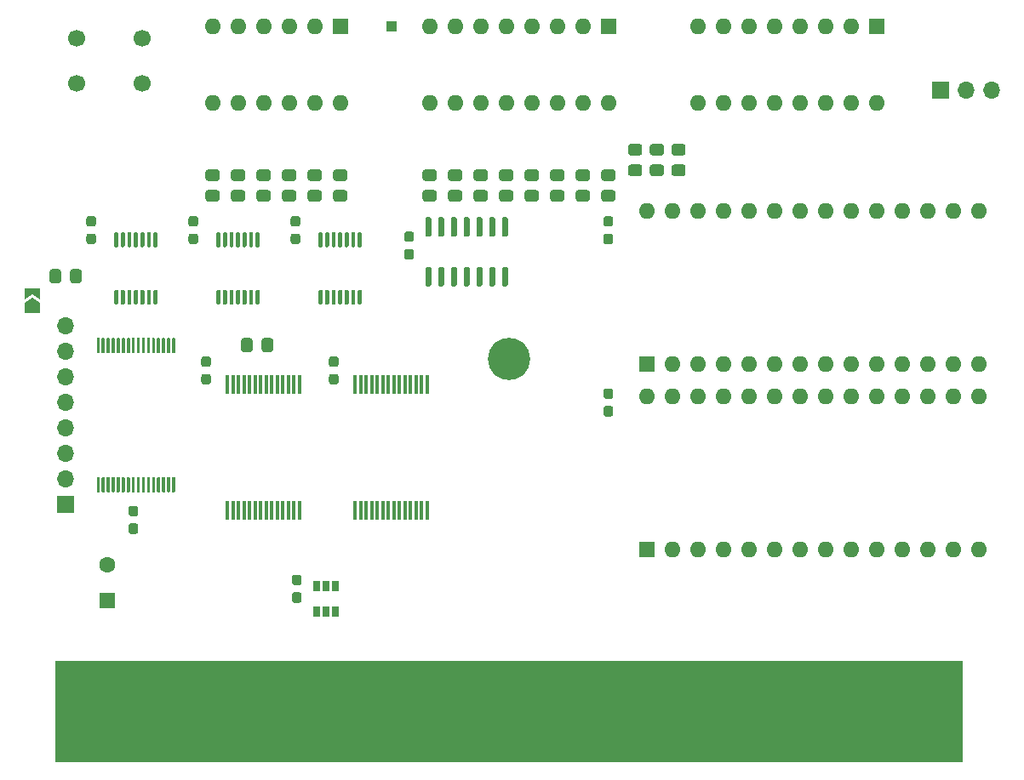
<source format=gbr>
%TF.GenerationSoftware,KiCad,Pcbnew,(5.1.10)-1*%
%TF.CreationDate,2022-08-23T18:53:09-04:00*%
%TF.ProjectId,VIC20HyperExpanderSMDRev2,56494332-3048-4797-9065-72457870616e,2*%
%TF.SameCoordinates,Original*%
%TF.FileFunction,Soldermask,Top*%
%TF.FilePolarity,Negative*%
%FSLAX46Y46*%
G04 Gerber Fmt 4.6, Leading zero omitted, Abs format (unit mm)*
G04 Created by KiCad (PCBNEW (5.1.10)-1) date 2022-08-23 18:53:09*
%MOMM*%
%LPD*%
G01*
G04 APERTURE LIST*
%ADD10C,0.100000*%
%ADD11O,1.600000X1.600000*%
%ADD12R,1.600000X1.600000*%
%ADD13R,2.250000X9.500000*%
%ADD14C,4.200000*%
%ADD15C,1.600000*%
%ADD16R,0.380000X1.870000*%
%ADD17R,1.700000X1.700000*%
%ADD18O,1.700000X1.700000*%
%ADD19R,0.700000X1.000000*%
%ADD20R,1.000000X1.000000*%
%ADD21C,1.700000*%
G04 APERTURE END LIST*
D10*
%TO.C,X1*%
G36*
X92314000Y-123947000D02*
G01*
X182514000Y-123947000D01*
X182514000Y-113997000D01*
X92314000Y-113997000D01*
X92314000Y-123947000D01*
G37*
X92314000Y-123947000D02*
X182514000Y-123947000D01*
X182514000Y-113997000D01*
X92314000Y-113997000D01*
X92314000Y-123947000D01*
%TD*%
D11*
%TO.C,IC3*%
X151130000Y-87630000D03*
X184150000Y-102870000D03*
X153670000Y-87630000D03*
X181610000Y-102870000D03*
X156210000Y-87630000D03*
X179070000Y-102870000D03*
X158750000Y-87630000D03*
X176530000Y-102870000D03*
X161290000Y-87630000D03*
X173990000Y-102870000D03*
X163830000Y-87630000D03*
X171450000Y-102870000D03*
X166370000Y-87630000D03*
X168910000Y-102870000D03*
X168910000Y-87630000D03*
X166370000Y-102870000D03*
X171450000Y-87630000D03*
X163830000Y-102870000D03*
X173990000Y-87630000D03*
X161290000Y-102870000D03*
X176530000Y-87630000D03*
X158750000Y-102870000D03*
X179070000Y-87630000D03*
X156210000Y-102870000D03*
X181610000Y-87630000D03*
X153670000Y-102870000D03*
X184150000Y-87630000D03*
D12*
X151130000Y-102870000D03*
%TD*%
D11*
%TO.C,IC2*%
X151130000Y-69215000D03*
X184150000Y-84455000D03*
X153670000Y-69215000D03*
X181610000Y-84455000D03*
X156210000Y-69215000D03*
X179070000Y-84455000D03*
X158750000Y-69215000D03*
X176530000Y-84455000D03*
X161290000Y-69215000D03*
X173990000Y-84455000D03*
X163830000Y-69215000D03*
X171450000Y-84455000D03*
X166370000Y-69215000D03*
X168910000Y-84455000D03*
X168910000Y-69215000D03*
X166370000Y-84455000D03*
X171450000Y-69215000D03*
X163830000Y-84455000D03*
X173990000Y-69215000D03*
X161290000Y-84455000D03*
X176530000Y-69215000D03*
X158750000Y-84455000D03*
X179070000Y-69215000D03*
X156210000Y-84455000D03*
X181610000Y-69215000D03*
X153670000Y-84455000D03*
X184150000Y-69215000D03*
D12*
X151130000Y-84455000D03*
%TD*%
D13*
%TO.C,X1*%
X99794000Y-118697000D03*
X103754000Y-118697000D03*
X107714000Y-118697000D03*
X111674000Y-118697000D03*
X115634000Y-118697000D03*
X119594000Y-118697000D03*
X123554000Y-118697000D03*
X127514000Y-118697000D03*
X131474000Y-118697000D03*
X135434000Y-118697000D03*
X139394000Y-118697000D03*
X143354000Y-118697000D03*
X147314000Y-118697000D03*
X151274000Y-118697000D03*
X155234000Y-118697000D03*
X159194000Y-118697000D03*
X163154000Y-118697000D03*
X167114000Y-118697000D03*
X171074000Y-118697000D03*
X175034000Y-118697000D03*
D14*
X137414000Y-83947000D03*
%TD*%
D12*
%TO.C,C1*%
X97472500Y-107950000D03*
D15*
X97472500Y-104450000D03*
%TD*%
%TO.C,C2*%
G36*
G01*
X116094500Y-107157000D02*
X116569500Y-107157000D01*
G75*
G02*
X116807000Y-107394500I0J-237500D01*
G01*
X116807000Y-107969500D01*
G75*
G02*
X116569500Y-108207000I-237500J0D01*
G01*
X116094500Y-108207000D01*
G75*
G02*
X115857000Y-107969500I0J237500D01*
G01*
X115857000Y-107394500D01*
G75*
G02*
X116094500Y-107157000I237500J0D01*
G01*
G37*
G36*
G01*
X116094500Y-105407000D02*
X116569500Y-105407000D01*
G75*
G02*
X116807000Y-105644500I0J-237500D01*
G01*
X116807000Y-106219500D01*
G75*
G02*
X116569500Y-106457000I-237500J0D01*
G01*
X116094500Y-106457000D01*
G75*
G02*
X115857000Y-106219500I0J237500D01*
G01*
X115857000Y-105644500D01*
G75*
G02*
X116094500Y-105407000I237500J0D01*
G01*
G37*
%TD*%
%TO.C,C3*%
G36*
G01*
X100313500Y-101349000D02*
X99838500Y-101349000D01*
G75*
G02*
X99601000Y-101111500I0J237500D01*
G01*
X99601000Y-100536500D01*
G75*
G02*
X99838500Y-100299000I237500J0D01*
G01*
X100313500Y-100299000D01*
G75*
G02*
X100551000Y-100536500I0J-237500D01*
G01*
X100551000Y-101111500D01*
G75*
G02*
X100313500Y-101349000I-237500J0D01*
G01*
G37*
G36*
G01*
X100313500Y-99599000D02*
X99838500Y-99599000D01*
G75*
G02*
X99601000Y-99361500I0J237500D01*
G01*
X99601000Y-98786500D01*
G75*
G02*
X99838500Y-98549000I237500J0D01*
G01*
X100313500Y-98549000D01*
G75*
G02*
X100551000Y-98786500I0J-237500D01*
G01*
X100551000Y-99361500D01*
G75*
G02*
X100313500Y-99599000I-237500J0D01*
G01*
G37*
%TD*%
%TO.C,C4*%
G36*
G01*
X107552500Y-84740000D02*
X107077500Y-84740000D01*
G75*
G02*
X106840000Y-84502500I0J237500D01*
G01*
X106840000Y-83927500D01*
G75*
G02*
X107077500Y-83690000I237500J0D01*
G01*
X107552500Y-83690000D01*
G75*
G02*
X107790000Y-83927500I0J-237500D01*
G01*
X107790000Y-84502500D01*
G75*
G02*
X107552500Y-84740000I-237500J0D01*
G01*
G37*
G36*
G01*
X107552500Y-86490000D02*
X107077500Y-86490000D01*
G75*
G02*
X106840000Y-86252500I0J237500D01*
G01*
X106840000Y-85677500D01*
G75*
G02*
X107077500Y-85440000I237500J0D01*
G01*
X107552500Y-85440000D01*
G75*
G02*
X107790000Y-85677500I0J-237500D01*
G01*
X107790000Y-86252500D01*
G75*
G02*
X107552500Y-86490000I-237500J0D01*
G01*
G37*
%TD*%
%TO.C,C5*%
G36*
G01*
X119777500Y-85440000D02*
X120252500Y-85440000D01*
G75*
G02*
X120490000Y-85677500I0J-237500D01*
G01*
X120490000Y-86252500D01*
G75*
G02*
X120252500Y-86490000I-237500J0D01*
G01*
X119777500Y-86490000D01*
G75*
G02*
X119540000Y-86252500I0J237500D01*
G01*
X119540000Y-85677500D01*
G75*
G02*
X119777500Y-85440000I237500J0D01*
G01*
G37*
G36*
G01*
X119777500Y-83690000D02*
X120252500Y-83690000D01*
G75*
G02*
X120490000Y-83927500I0J-237500D01*
G01*
X120490000Y-84502500D01*
G75*
G02*
X120252500Y-84740000I-237500J0D01*
G01*
X119777500Y-84740000D01*
G75*
G02*
X119540000Y-84502500I0J237500D01*
G01*
X119540000Y-83927500D01*
G75*
G02*
X119777500Y-83690000I237500J0D01*
G01*
G37*
%TD*%
%TO.C,C6*%
G36*
G01*
X96122500Y-72520000D02*
X95647500Y-72520000D01*
G75*
G02*
X95410000Y-72282500I0J237500D01*
G01*
X95410000Y-71707500D01*
G75*
G02*
X95647500Y-71470000I237500J0D01*
G01*
X96122500Y-71470000D01*
G75*
G02*
X96360000Y-71707500I0J-237500D01*
G01*
X96360000Y-72282500D01*
G75*
G02*
X96122500Y-72520000I-237500J0D01*
G01*
G37*
G36*
G01*
X96122500Y-70770000D02*
X95647500Y-70770000D01*
G75*
G02*
X95410000Y-70532500I0J237500D01*
G01*
X95410000Y-69957500D01*
G75*
G02*
X95647500Y-69720000I237500J0D01*
G01*
X96122500Y-69720000D01*
G75*
G02*
X96360000Y-69957500I0J-237500D01*
G01*
X96360000Y-70532500D01*
G75*
G02*
X96122500Y-70770000I-237500J0D01*
G01*
G37*
%TD*%
%TO.C,C7*%
G36*
G01*
X105807500Y-69720000D02*
X106282500Y-69720000D01*
G75*
G02*
X106520000Y-69957500I0J-237500D01*
G01*
X106520000Y-70532500D01*
G75*
G02*
X106282500Y-70770000I-237500J0D01*
G01*
X105807500Y-70770000D01*
G75*
G02*
X105570000Y-70532500I0J237500D01*
G01*
X105570000Y-69957500D01*
G75*
G02*
X105807500Y-69720000I237500J0D01*
G01*
G37*
G36*
G01*
X105807500Y-71470000D02*
X106282500Y-71470000D01*
G75*
G02*
X106520000Y-71707500I0J-237500D01*
G01*
X106520000Y-72282500D01*
G75*
G02*
X106282500Y-72520000I-237500J0D01*
G01*
X105807500Y-72520000D01*
G75*
G02*
X105570000Y-72282500I0J237500D01*
G01*
X105570000Y-71707500D01*
G75*
G02*
X105807500Y-71470000I237500J0D01*
G01*
G37*
%TD*%
%TO.C,C8*%
G36*
G01*
X116442500Y-70770000D02*
X115967500Y-70770000D01*
G75*
G02*
X115730000Y-70532500I0J237500D01*
G01*
X115730000Y-69957500D01*
G75*
G02*
X115967500Y-69720000I237500J0D01*
G01*
X116442500Y-69720000D01*
G75*
G02*
X116680000Y-69957500I0J-237500D01*
G01*
X116680000Y-70532500D01*
G75*
G02*
X116442500Y-70770000I-237500J0D01*
G01*
G37*
G36*
G01*
X116442500Y-72520000D02*
X115967500Y-72520000D01*
G75*
G02*
X115730000Y-72282500I0J237500D01*
G01*
X115730000Y-71707500D01*
G75*
G02*
X115967500Y-71470000I237500J0D01*
G01*
X116442500Y-71470000D01*
G75*
G02*
X116680000Y-71707500I0J-237500D01*
G01*
X116680000Y-72282500D01*
G75*
G02*
X116442500Y-72520000I-237500J0D01*
G01*
G37*
%TD*%
%TO.C,C9*%
G36*
G01*
X127745500Y-74044000D02*
X127270500Y-74044000D01*
G75*
G02*
X127033000Y-73806500I0J237500D01*
G01*
X127033000Y-73231500D01*
G75*
G02*
X127270500Y-72994000I237500J0D01*
G01*
X127745500Y-72994000D01*
G75*
G02*
X127983000Y-73231500I0J-237500D01*
G01*
X127983000Y-73806500D01*
G75*
G02*
X127745500Y-74044000I-237500J0D01*
G01*
G37*
G36*
G01*
X127745500Y-72294000D02*
X127270500Y-72294000D01*
G75*
G02*
X127033000Y-72056500I0J237500D01*
G01*
X127033000Y-71481500D01*
G75*
G02*
X127270500Y-71244000I237500J0D01*
G01*
X127745500Y-71244000D01*
G75*
G02*
X127983000Y-71481500I0J-237500D01*
G01*
X127983000Y-72056500D01*
G75*
G02*
X127745500Y-72294000I-237500J0D01*
G01*
G37*
%TD*%
%TO.C,IC1*%
G36*
G01*
X96655000Y-97235000D02*
X96505000Y-97235000D01*
G75*
G02*
X96430000Y-97160000I0J75000D01*
G01*
X96430000Y-95760000D01*
G75*
G02*
X96505000Y-95685000I75000J0D01*
G01*
X96655000Y-95685000D01*
G75*
G02*
X96730000Y-95760000I0J-75000D01*
G01*
X96730000Y-97160000D01*
G75*
G02*
X96655000Y-97235000I-75000J0D01*
G01*
G37*
G36*
G01*
X97155000Y-97235000D02*
X97005000Y-97235000D01*
G75*
G02*
X96930000Y-97160000I0J75000D01*
G01*
X96930000Y-95760000D01*
G75*
G02*
X97005000Y-95685000I75000J0D01*
G01*
X97155000Y-95685000D01*
G75*
G02*
X97230000Y-95760000I0J-75000D01*
G01*
X97230000Y-97160000D01*
G75*
G02*
X97155000Y-97235000I-75000J0D01*
G01*
G37*
G36*
G01*
X97655000Y-97235000D02*
X97505000Y-97235000D01*
G75*
G02*
X97430000Y-97160000I0J75000D01*
G01*
X97430000Y-95760000D01*
G75*
G02*
X97505000Y-95685000I75000J0D01*
G01*
X97655000Y-95685000D01*
G75*
G02*
X97730000Y-95760000I0J-75000D01*
G01*
X97730000Y-97160000D01*
G75*
G02*
X97655000Y-97235000I-75000J0D01*
G01*
G37*
G36*
G01*
X98155000Y-97235000D02*
X98005000Y-97235000D01*
G75*
G02*
X97930000Y-97160000I0J75000D01*
G01*
X97930000Y-95760000D01*
G75*
G02*
X98005000Y-95685000I75000J0D01*
G01*
X98155000Y-95685000D01*
G75*
G02*
X98230000Y-95760000I0J-75000D01*
G01*
X98230000Y-97160000D01*
G75*
G02*
X98155000Y-97235000I-75000J0D01*
G01*
G37*
G36*
G01*
X98655000Y-97235000D02*
X98505000Y-97235000D01*
G75*
G02*
X98430000Y-97160000I0J75000D01*
G01*
X98430000Y-95760000D01*
G75*
G02*
X98505000Y-95685000I75000J0D01*
G01*
X98655000Y-95685000D01*
G75*
G02*
X98730000Y-95760000I0J-75000D01*
G01*
X98730000Y-97160000D01*
G75*
G02*
X98655000Y-97235000I-75000J0D01*
G01*
G37*
G36*
G01*
X99155000Y-97235000D02*
X99005000Y-97235000D01*
G75*
G02*
X98930000Y-97160000I0J75000D01*
G01*
X98930000Y-95760000D01*
G75*
G02*
X99005000Y-95685000I75000J0D01*
G01*
X99155000Y-95685000D01*
G75*
G02*
X99230000Y-95760000I0J-75000D01*
G01*
X99230000Y-97160000D01*
G75*
G02*
X99155000Y-97235000I-75000J0D01*
G01*
G37*
G36*
G01*
X99655000Y-97235000D02*
X99505000Y-97235000D01*
G75*
G02*
X99430000Y-97160000I0J75000D01*
G01*
X99430000Y-95760000D01*
G75*
G02*
X99505000Y-95685000I75000J0D01*
G01*
X99655000Y-95685000D01*
G75*
G02*
X99730000Y-95760000I0J-75000D01*
G01*
X99730000Y-97160000D01*
G75*
G02*
X99655000Y-97235000I-75000J0D01*
G01*
G37*
G36*
G01*
X100155000Y-97235000D02*
X100005000Y-97235000D01*
G75*
G02*
X99930000Y-97160000I0J75000D01*
G01*
X99930000Y-95760000D01*
G75*
G02*
X100005000Y-95685000I75000J0D01*
G01*
X100155000Y-95685000D01*
G75*
G02*
X100230000Y-95760000I0J-75000D01*
G01*
X100230000Y-97160000D01*
G75*
G02*
X100155000Y-97235000I-75000J0D01*
G01*
G37*
G36*
G01*
X100655000Y-97235000D02*
X100505000Y-97235000D01*
G75*
G02*
X100430000Y-97160000I0J75000D01*
G01*
X100430000Y-95760000D01*
G75*
G02*
X100505000Y-95685000I75000J0D01*
G01*
X100655000Y-95685000D01*
G75*
G02*
X100730000Y-95760000I0J-75000D01*
G01*
X100730000Y-97160000D01*
G75*
G02*
X100655000Y-97235000I-75000J0D01*
G01*
G37*
G36*
G01*
X101155000Y-97235000D02*
X101005000Y-97235000D01*
G75*
G02*
X100930000Y-97160000I0J75000D01*
G01*
X100930000Y-95760000D01*
G75*
G02*
X101005000Y-95685000I75000J0D01*
G01*
X101155000Y-95685000D01*
G75*
G02*
X101230000Y-95760000I0J-75000D01*
G01*
X101230000Y-97160000D01*
G75*
G02*
X101155000Y-97235000I-75000J0D01*
G01*
G37*
G36*
G01*
X101655000Y-97235000D02*
X101505000Y-97235000D01*
G75*
G02*
X101430000Y-97160000I0J75000D01*
G01*
X101430000Y-95760000D01*
G75*
G02*
X101505000Y-95685000I75000J0D01*
G01*
X101655000Y-95685000D01*
G75*
G02*
X101730000Y-95760000I0J-75000D01*
G01*
X101730000Y-97160000D01*
G75*
G02*
X101655000Y-97235000I-75000J0D01*
G01*
G37*
G36*
G01*
X102155000Y-97235000D02*
X102005000Y-97235000D01*
G75*
G02*
X101930000Y-97160000I0J75000D01*
G01*
X101930000Y-95760000D01*
G75*
G02*
X102005000Y-95685000I75000J0D01*
G01*
X102155000Y-95685000D01*
G75*
G02*
X102230000Y-95760000I0J-75000D01*
G01*
X102230000Y-97160000D01*
G75*
G02*
X102155000Y-97235000I-75000J0D01*
G01*
G37*
G36*
G01*
X102655000Y-97235000D02*
X102505000Y-97235000D01*
G75*
G02*
X102430000Y-97160000I0J75000D01*
G01*
X102430000Y-95760000D01*
G75*
G02*
X102505000Y-95685000I75000J0D01*
G01*
X102655000Y-95685000D01*
G75*
G02*
X102730000Y-95760000I0J-75000D01*
G01*
X102730000Y-97160000D01*
G75*
G02*
X102655000Y-97235000I-75000J0D01*
G01*
G37*
G36*
G01*
X103155000Y-97235000D02*
X103005000Y-97235000D01*
G75*
G02*
X102930000Y-97160000I0J75000D01*
G01*
X102930000Y-95760000D01*
G75*
G02*
X103005000Y-95685000I75000J0D01*
G01*
X103155000Y-95685000D01*
G75*
G02*
X103230000Y-95760000I0J-75000D01*
G01*
X103230000Y-97160000D01*
G75*
G02*
X103155000Y-97235000I-75000J0D01*
G01*
G37*
G36*
G01*
X103655000Y-97235000D02*
X103505000Y-97235000D01*
G75*
G02*
X103430000Y-97160000I0J75000D01*
G01*
X103430000Y-95760000D01*
G75*
G02*
X103505000Y-95685000I75000J0D01*
G01*
X103655000Y-95685000D01*
G75*
G02*
X103730000Y-95760000I0J-75000D01*
G01*
X103730000Y-97160000D01*
G75*
G02*
X103655000Y-97235000I-75000J0D01*
G01*
G37*
G36*
G01*
X104155000Y-97235000D02*
X104005000Y-97235000D01*
G75*
G02*
X103930000Y-97160000I0J75000D01*
G01*
X103930000Y-95760000D01*
G75*
G02*
X104005000Y-95685000I75000J0D01*
G01*
X104155000Y-95685000D01*
G75*
G02*
X104230000Y-95760000I0J-75000D01*
G01*
X104230000Y-97160000D01*
G75*
G02*
X104155000Y-97235000I-75000J0D01*
G01*
G37*
G36*
G01*
X104155000Y-83385000D02*
X104005000Y-83385000D01*
G75*
G02*
X103930000Y-83310000I0J75000D01*
G01*
X103930000Y-81910000D01*
G75*
G02*
X104005000Y-81835000I75000J0D01*
G01*
X104155000Y-81835000D01*
G75*
G02*
X104230000Y-81910000I0J-75000D01*
G01*
X104230000Y-83310000D01*
G75*
G02*
X104155000Y-83385000I-75000J0D01*
G01*
G37*
G36*
G01*
X103655000Y-83385000D02*
X103505000Y-83385000D01*
G75*
G02*
X103430000Y-83310000I0J75000D01*
G01*
X103430000Y-81910000D01*
G75*
G02*
X103505000Y-81835000I75000J0D01*
G01*
X103655000Y-81835000D01*
G75*
G02*
X103730000Y-81910000I0J-75000D01*
G01*
X103730000Y-83310000D01*
G75*
G02*
X103655000Y-83385000I-75000J0D01*
G01*
G37*
G36*
G01*
X103155000Y-83385000D02*
X103005000Y-83385000D01*
G75*
G02*
X102930000Y-83310000I0J75000D01*
G01*
X102930000Y-81910000D01*
G75*
G02*
X103005000Y-81835000I75000J0D01*
G01*
X103155000Y-81835000D01*
G75*
G02*
X103230000Y-81910000I0J-75000D01*
G01*
X103230000Y-83310000D01*
G75*
G02*
X103155000Y-83385000I-75000J0D01*
G01*
G37*
G36*
G01*
X102655000Y-83385000D02*
X102505000Y-83385000D01*
G75*
G02*
X102430000Y-83310000I0J75000D01*
G01*
X102430000Y-81910000D01*
G75*
G02*
X102505000Y-81835000I75000J0D01*
G01*
X102655000Y-81835000D01*
G75*
G02*
X102730000Y-81910000I0J-75000D01*
G01*
X102730000Y-83310000D01*
G75*
G02*
X102655000Y-83385000I-75000J0D01*
G01*
G37*
G36*
G01*
X102155000Y-83385000D02*
X102005000Y-83385000D01*
G75*
G02*
X101930000Y-83310000I0J75000D01*
G01*
X101930000Y-81910000D01*
G75*
G02*
X102005000Y-81835000I75000J0D01*
G01*
X102155000Y-81835000D01*
G75*
G02*
X102230000Y-81910000I0J-75000D01*
G01*
X102230000Y-83310000D01*
G75*
G02*
X102155000Y-83385000I-75000J0D01*
G01*
G37*
G36*
G01*
X101655000Y-83385000D02*
X101505000Y-83385000D01*
G75*
G02*
X101430000Y-83310000I0J75000D01*
G01*
X101430000Y-81910000D01*
G75*
G02*
X101505000Y-81835000I75000J0D01*
G01*
X101655000Y-81835000D01*
G75*
G02*
X101730000Y-81910000I0J-75000D01*
G01*
X101730000Y-83310000D01*
G75*
G02*
X101655000Y-83385000I-75000J0D01*
G01*
G37*
G36*
G01*
X101155000Y-83385000D02*
X101005000Y-83385000D01*
G75*
G02*
X100930000Y-83310000I0J75000D01*
G01*
X100930000Y-81910000D01*
G75*
G02*
X101005000Y-81835000I75000J0D01*
G01*
X101155000Y-81835000D01*
G75*
G02*
X101230000Y-81910000I0J-75000D01*
G01*
X101230000Y-83310000D01*
G75*
G02*
X101155000Y-83385000I-75000J0D01*
G01*
G37*
G36*
G01*
X100655000Y-83385000D02*
X100505000Y-83385000D01*
G75*
G02*
X100430000Y-83310000I0J75000D01*
G01*
X100430000Y-81910000D01*
G75*
G02*
X100505000Y-81835000I75000J0D01*
G01*
X100655000Y-81835000D01*
G75*
G02*
X100730000Y-81910000I0J-75000D01*
G01*
X100730000Y-83310000D01*
G75*
G02*
X100655000Y-83385000I-75000J0D01*
G01*
G37*
G36*
G01*
X100155000Y-83385000D02*
X100005000Y-83385000D01*
G75*
G02*
X99930000Y-83310000I0J75000D01*
G01*
X99930000Y-81910000D01*
G75*
G02*
X100005000Y-81835000I75000J0D01*
G01*
X100155000Y-81835000D01*
G75*
G02*
X100230000Y-81910000I0J-75000D01*
G01*
X100230000Y-83310000D01*
G75*
G02*
X100155000Y-83385000I-75000J0D01*
G01*
G37*
G36*
G01*
X99655000Y-83385000D02*
X99505000Y-83385000D01*
G75*
G02*
X99430000Y-83310000I0J75000D01*
G01*
X99430000Y-81910000D01*
G75*
G02*
X99505000Y-81835000I75000J0D01*
G01*
X99655000Y-81835000D01*
G75*
G02*
X99730000Y-81910000I0J-75000D01*
G01*
X99730000Y-83310000D01*
G75*
G02*
X99655000Y-83385000I-75000J0D01*
G01*
G37*
G36*
G01*
X99155000Y-83385000D02*
X99005000Y-83385000D01*
G75*
G02*
X98930000Y-83310000I0J75000D01*
G01*
X98930000Y-81910000D01*
G75*
G02*
X99005000Y-81835000I75000J0D01*
G01*
X99155000Y-81835000D01*
G75*
G02*
X99230000Y-81910000I0J-75000D01*
G01*
X99230000Y-83310000D01*
G75*
G02*
X99155000Y-83385000I-75000J0D01*
G01*
G37*
G36*
G01*
X98655000Y-83385000D02*
X98505000Y-83385000D01*
G75*
G02*
X98430000Y-83310000I0J75000D01*
G01*
X98430000Y-81910000D01*
G75*
G02*
X98505000Y-81835000I75000J0D01*
G01*
X98655000Y-81835000D01*
G75*
G02*
X98730000Y-81910000I0J-75000D01*
G01*
X98730000Y-83310000D01*
G75*
G02*
X98655000Y-83385000I-75000J0D01*
G01*
G37*
G36*
G01*
X98155000Y-83385000D02*
X98005000Y-83385000D01*
G75*
G02*
X97930000Y-83310000I0J75000D01*
G01*
X97930000Y-81910000D01*
G75*
G02*
X98005000Y-81835000I75000J0D01*
G01*
X98155000Y-81835000D01*
G75*
G02*
X98230000Y-81910000I0J-75000D01*
G01*
X98230000Y-83310000D01*
G75*
G02*
X98155000Y-83385000I-75000J0D01*
G01*
G37*
G36*
G01*
X97655000Y-83385000D02*
X97505000Y-83385000D01*
G75*
G02*
X97430000Y-83310000I0J75000D01*
G01*
X97430000Y-81910000D01*
G75*
G02*
X97505000Y-81835000I75000J0D01*
G01*
X97655000Y-81835000D01*
G75*
G02*
X97730000Y-81910000I0J-75000D01*
G01*
X97730000Y-83310000D01*
G75*
G02*
X97655000Y-83385000I-75000J0D01*
G01*
G37*
G36*
G01*
X97155000Y-83385000D02*
X97005000Y-83385000D01*
G75*
G02*
X96930000Y-83310000I0J75000D01*
G01*
X96930000Y-81910000D01*
G75*
G02*
X97005000Y-81835000I75000J0D01*
G01*
X97155000Y-81835000D01*
G75*
G02*
X97230000Y-81910000I0J-75000D01*
G01*
X97230000Y-83310000D01*
G75*
G02*
X97155000Y-83385000I-75000J0D01*
G01*
G37*
G36*
G01*
X96655000Y-83385000D02*
X96505000Y-83385000D01*
G75*
G02*
X96430000Y-83310000I0J75000D01*
G01*
X96430000Y-81910000D01*
G75*
G02*
X96505000Y-81835000I75000J0D01*
G01*
X96655000Y-81835000D01*
G75*
G02*
X96730000Y-81910000I0J-75000D01*
G01*
X96730000Y-83310000D01*
G75*
G02*
X96655000Y-83385000I-75000J0D01*
G01*
G37*
%TD*%
D16*
%TO.C,IC4*%
X112755000Y-86440000D03*
X113305000Y-86440000D03*
X113855000Y-86440000D03*
X112205000Y-86440000D03*
X111655000Y-86440000D03*
X114405000Y-86440000D03*
X111105000Y-86440000D03*
X114955000Y-86440000D03*
X110555000Y-86440000D03*
X115505000Y-86440000D03*
X116055000Y-86440000D03*
X110005000Y-86440000D03*
X109455000Y-86440000D03*
X116605000Y-86440000D03*
X116605000Y-98980000D03*
X109455000Y-98980000D03*
X110005000Y-98980000D03*
X116055000Y-98980000D03*
X115505000Y-98980000D03*
X110555000Y-98980000D03*
X114955000Y-98980000D03*
X111105000Y-98980000D03*
X114405000Y-98980000D03*
X111655000Y-98980000D03*
X112205000Y-98980000D03*
X113855000Y-98980000D03*
X113305000Y-98980000D03*
X112755000Y-98980000D03*
%TD*%
%TO.C,IC5*%
X125455000Y-98980000D03*
X126005000Y-98980000D03*
X126555000Y-98980000D03*
X124905000Y-98980000D03*
X124355000Y-98980000D03*
X127105000Y-98980000D03*
X123805000Y-98980000D03*
X127655000Y-98980000D03*
X123255000Y-98980000D03*
X128205000Y-98980000D03*
X128755000Y-98980000D03*
X122705000Y-98980000D03*
X122155000Y-98980000D03*
X129305000Y-98980000D03*
X129305000Y-86440000D03*
X122155000Y-86440000D03*
X122705000Y-86440000D03*
X128755000Y-86440000D03*
X128205000Y-86440000D03*
X123255000Y-86440000D03*
X127655000Y-86440000D03*
X123805000Y-86440000D03*
X127105000Y-86440000D03*
X124355000Y-86440000D03*
X124905000Y-86440000D03*
X126555000Y-86440000D03*
X126005000Y-86440000D03*
X125455000Y-86440000D03*
%TD*%
D17*
%TO.C,JP1*%
X180340000Y-57150000D03*
D18*
X182880000Y-57150000D03*
X185420000Y-57150000D03*
%TD*%
%TO.C,R1*%
G36*
G01*
X93795000Y-76142001D02*
X93795000Y-75241999D01*
G75*
G02*
X94044999Y-74992000I249999J0D01*
G01*
X94695001Y-74992000D01*
G75*
G02*
X94945000Y-75241999I0J-249999D01*
G01*
X94945000Y-76142001D01*
G75*
G02*
X94695001Y-76392000I-249999J0D01*
G01*
X94044999Y-76392000D01*
G75*
G02*
X93795000Y-76142001I0J249999D01*
G01*
G37*
G36*
G01*
X91745000Y-76142001D02*
X91745000Y-75241999D01*
G75*
G02*
X91994999Y-74992000I249999J0D01*
G01*
X92645001Y-74992000D01*
G75*
G02*
X92895000Y-75241999I0J-249999D01*
G01*
X92895000Y-76142001D01*
G75*
G02*
X92645001Y-76392000I-249999J0D01*
G01*
X91994999Y-76392000D01*
G75*
G02*
X91745000Y-76142001I0J249999D01*
G01*
G37*
%TD*%
%TO.C,R2*%
G36*
G01*
X147770001Y-68275000D02*
X146869999Y-68275000D01*
G75*
G02*
X146620000Y-68025001I0J249999D01*
G01*
X146620000Y-67374999D01*
G75*
G02*
X146869999Y-67125000I249999J0D01*
G01*
X147770001Y-67125000D01*
G75*
G02*
X148020000Y-67374999I0J-249999D01*
G01*
X148020000Y-68025001D01*
G75*
G02*
X147770001Y-68275000I-249999J0D01*
G01*
G37*
G36*
G01*
X147770001Y-66225000D02*
X146869999Y-66225000D01*
G75*
G02*
X146620000Y-65975001I0J249999D01*
G01*
X146620000Y-65324999D01*
G75*
G02*
X146869999Y-65075000I249999J0D01*
G01*
X147770001Y-65075000D01*
G75*
G02*
X148020000Y-65324999I0J-249999D01*
G01*
X148020000Y-65975001D01*
G75*
G02*
X147770001Y-66225000I-249999J0D01*
G01*
G37*
%TD*%
%TO.C,R3*%
G36*
G01*
X145230001Y-66225000D02*
X144329999Y-66225000D01*
G75*
G02*
X144080000Y-65975001I0J249999D01*
G01*
X144080000Y-65324999D01*
G75*
G02*
X144329999Y-65075000I249999J0D01*
G01*
X145230001Y-65075000D01*
G75*
G02*
X145480000Y-65324999I0J-249999D01*
G01*
X145480000Y-65975001D01*
G75*
G02*
X145230001Y-66225000I-249999J0D01*
G01*
G37*
G36*
G01*
X145230001Y-68275000D02*
X144329999Y-68275000D01*
G75*
G02*
X144080000Y-68025001I0J249999D01*
G01*
X144080000Y-67374999D01*
G75*
G02*
X144329999Y-67125000I249999J0D01*
G01*
X145230001Y-67125000D01*
G75*
G02*
X145480000Y-67374999I0J-249999D01*
G01*
X145480000Y-68025001D01*
G75*
G02*
X145230001Y-68275000I-249999J0D01*
G01*
G37*
%TD*%
%TO.C,R4*%
G36*
G01*
X142690001Y-68275000D02*
X141789999Y-68275000D01*
G75*
G02*
X141540000Y-68025001I0J249999D01*
G01*
X141540000Y-67374999D01*
G75*
G02*
X141789999Y-67125000I249999J0D01*
G01*
X142690001Y-67125000D01*
G75*
G02*
X142940000Y-67374999I0J-249999D01*
G01*
X142940000Y-68025001D01*
G75*
G02*
X142690001Y-68275000I-249999J0D01*
G01*
G37*
G36*
G01*
X142690001Y-66225000D02*
X141789999Y-66225000D01*
G75*
G02*
X141540000Y-65975001I0J249999D01*
G01*
X141540000Y-65324999D01*
G75*
G02*
X141789999Y-65075000I249999J0D01*
G01*
X142690001Y-65075000D01*
G75*
G02*
X142940000Y-65324999I0J-249999D01*
G01*
X142940000Y-65975001D01*
G75*
G02*
X142690001Y-66225000I-249999J0D01*
G01*
G37*
%TD*%
%TO.C,R5*%
G36*
G01*
X140150001Y-66225000D02*
X139249999Y-66225000D01*
G75*
G02*
X139000000Y-65975001I0J249999D01*
G01*
X139000000Y-65324999D01*
G75*
G02*
X139249999Y-65075000I249999J0D01*
G01*
X140150001Y-65075000D01*
G75*
G02*
X140400000Y-65324999I0J-249999D01*
G01*
X140400000Y-65975001D01*
G75*
G02*
X140150001Y-66225000I-249999J0D01*
G01*
G37*
G36*
G01*
X140150001Y-68275000D02*
X139249999Y-68275000D01*
G75*
G02*
X139000000Y-68025001I0J249999D01*
G01*
X139000000Y-67374999D01*
G75*
G02*
X139249999Y-67125000I249999J0D01*
G01*
X140150001Y-67125000D01*
G75*
G02*
X140400000Y-67374999I0J-249999D01*
G01*
X140400000Y-68025001D01*
G75*
G02*
X140150001Y-68275000I-249999J0D01*
G01*
G37*
%TD*%
%TO.C,R6*%
G36*
G01*
X137610001Y-68275000D02*
X136709999Y-68275000D01*
G75*
G02*
X136460000Y-68025001I0J249999D01*
G01*
X136460000Y-67374999D01*
G75*
G02*
X136709999Y-67125000I249999J0D01*
G01*
X137610001Y-67125000D01*
G75*
G02*
X137860000Y-67374999I0J-249999D01*
G01*
X137860000Y-68025001D01*
G75*
G02*
X137610001Y-68275000I-249999J0D01*
G01*
G37*
G36*
G01*
X137610001Y-66225000D02*
X136709999Y-66225000D01*
G75*
G02*
X136460000Y-65975001I0J249999D01*
G01*
X136460000Y-65324999D01*
G75*
G02*
X136709999Y-65075000I249999J0D01*
G01*
X137610001Y-65075000D01*
G75*
G02*
X137860000Y-65324999I0J-249999D01*
G01*
X137860000Y-65975001D01*
G75*
G02*
X137610001Y-66225000I-249999J0D01*
G01*
G37*
%TD*%
%TO.C,R7*%
G36*
G01*
X135070001Y-66225000D02*
X134169999Y-66225000D01*
G75*
G02*
X133920000Y-65975001I0J249999D01*
G01*
X133920000Y-65324999D01*
G75*
G02*
X134169999Y-65075000I249999J0D01*
G01*
X135070001Y-65075000D01*
G75*
G02*
X135320000Y-65324999I0J-249999D01*
G01*
X135320000Y-65975001D01*
G75*
G02*
X135070001Y-66225000I-249999J0D01*
G01*
G37*
G36*
G01*
X135070001Y-68275000D02*
X134169999Y-68275000D01*
G75*
G02*
X133920000Y-68025001I0J249999D01*
G01*
X133920000Y-67374999D01*
G75*
G02*
X134169999Y-67125000I249999J0D01*
G01*
X135070001Y-67125000D01*
G75*
G02*
X135320000Y-67374999I0J-249999D01*
G01*
X135320000Y-68025001D01*
G75*
G02*
X135070001Y-68275000I-249999J0D01*
G01*
G37*
%TD*%
%TO.C,R8*%
G36*
G01*
X132530001Y-68275000D02*
X131629999Y-68275000D01*
G75*
G02*
X131380000Y-68025001I0J249999D01*
G01*
X131380000Y-67374999D01*
G75*
G02*
X131629999Y-67125000I249999J0D01*
G01*
X132530001Y-67125000D01*
G75*
G02*
X132780000Y-67374999I0J-249999D01*
G01*
X132780000Y-68025001D01*
G75*
G02*
X132530001Y-68275000I-249999J0D01*
G01*
G37*
G36*
G01*
X132530001Y-66225000D02*
X131629999Y-66225000D01*
G75*
G02*
X131380000Y-65975001I0J249999D01*
G01*
X131380000Y-65324999D01*
G75*
G02*
X131629999Y-65075000I249999J0D01*
G01*
X132530001Y-65075000D01*
G75*
G02*
X132780000Y-65324999I0J-249999D01*
G01*
X132780000Y-65975001D01*
G75*
G02*
X132530001Y-66225000I-249999J0D01*
G01*
G37*
%TD*%
%TO.C,R9*%
G36*
G01*
X129990001Y-66225000D02*
X129089999Y-66225000D01*
G75*
G02*
X128840000Y-65975001I0J249999D01*
G01*
X128840000Y-65324999D01*
G75*
G02*
X129089999Y-65075000I249999J0D01*
G01*
X129990001Y-65075000D01*
G75*
G02*
X130240000Y-65324999I0J-249999D01*
G01*
X130240000Y-65975001D01*
G75*
G02*
X129990001Y-66225000I-249999J0D01*
G01*
G37*
G36*
G01*
X129990001Y-68275000D02*
X129089999Y-68275000D01*
G75*
G02*
X128840000Y-68025001I0J249999D01*
G01*
X128840000Y-67374999D01*
G75*
G02*
X129089999Y-67125000I249999J0D01*
G01*
X129990001Y-67125000D01*
G75*
G02*
X130240000Y-67374999I0J-249999D01*
G01*
X130240000Y-68025001D01*
G75*
G02*
X129990001Y-68275000I-249999J0D01*
G01*
G37*
%TD*%
%TO.C,R10*%
G36*
G01*
X154755001Y-63685000D02*
X153854999Y-63685000D01*
G75*
G02*
X153605000Y-63435001I0J249999D01*
G01*
X153605000Y-62784999D01*
G75*
G02*
X153854999Y-62535000I249999J0D01*
G01*
X154755001Y-62535000D01*
G75*
G02*
X155005000Y-62784999I0J-249999D01*
G01*
X155005000Y-63435001D01*
G75*
G02*
X154755001Y-63685000I-249999J0D01*
G01*
G37*
G36*
G01*
X154755001Y-65735000D02*
X153854999Y-65735000D01*
G75*
G02*
X153605000Y-65485001I0J249999D01*
G01*
X153605000Y-64834999D01*
G75*
G02*
X153854999Y-64585000I249999J0D01*
G01*
X154755001Y-64585000D01*
G75*
G02*
X155005000Y-64834999I0J-249999D01*
G01*
X155005000Y-65485001D01*
G75*
G02*
X154755001Y-65735000I-249999J0D01*
G01*
G37*
%TD*%
%TO.C,R11*%
G36*
G01*
X152596001Y-65735000D02*
X151695999Y-65735000D01*
G75*
G02*
X151446000Y-65485001I0J249999D01*
G01*
X151446000Y-64834999D01*
G75*
G02*
X151695999Y-64585000I249999J0D01*
G01*
X152596001Y-64585000D01*
G75*
G02*
X152846000Y-64834999I0J-249999D01*
G01*
X152846000Y-65485001D01*
G75*
G02*
X152596001Y-65735000I-249999J0D01*
G01*
G37*
G36*
G01*
X152596001Y-63685000D02*
X151695999Y-63685000D01*
G75*
G02*
X151446000Y-63435001I0J249999D01*
G01*
X151446000Y-62784999D01*
G75*
G02*
X151695999Y-62535000I249999J0D01*
G01*
X152596001Y-62535000D01*
G75*
G02*
X152846000Y-62784999I0J-249999D01*
G01*
X152846000Y-63435001D01*
G75*
G02*
X152596001Y-63685000I-249999J0D01*
G01*
G37*
%TD*%
%TO.C,R12*%
G36*
G01*
X121100001Y-66225000D02*
X120199999Y-66225000D01*
G75*
G02*
X119950000Y-65975001I0J249999D01*
G01*
X119950000Y-65324999D01*
G75*
G02*
X120199999Y-65075000I249999J0D01*
G01*
X121100001Y-65075000D01*
G75*
G02*
X121350000Y-65324999I0J-249999D01*
G01*
X121350000Y-65975001D01*
G75*
G02*
X121100001Y-66225000I-249999J0D01*
G01*
G37*
G36*
G01*
X121100001Y-68275000D02*
X120199999Y-68275000D01*
G75*
G02*
X119950000Y-68025001I0J249999D01*
G01*
X119950000Y-67374999D01*
G75*
G02*
X120199999Y-67125000I249999J0D01*
G01*
X121100001Y-67125000D01*
G75*
G02*
X121350000Y-67374999I0J-249999D01*
G01*
X121350000Y-68025001D01*
G75*
G02*
X121100001Y-68275000I-249999J0D01*
G01*
G37*
%TD*%
%TO.C,R13*%
G36*
G01*
X118560001Y-68275000D02*
X117659999Y-68275000D01*
G75*
G02*
X117410000Y-68025001I0J249999D01*
G01*
X117410000Y-67374999D01*
G75*
G02*
X117659999Y-67125000I249999J0D01*
G01*
X118560001Y-67125000D01*
G75*
G02*
X118810000Y-67374999I0J-249999D01*
G01*
X118810000Y-68025001D01*
G75*
G02*
X118560001Y-68275000I-249999J0D01*
G01*
G37*
G36*
G01*
X118560001Y-66225000D02*
X117659999Y-66225000D01*
G75*
G02*
X117410000Y-65975001I0J249999D01*
G01*
X117410000Y-65324999D01*
G75*
G02*
X117659999Y-65075000I249999J0D01*
G01*
X118560001Y-65075000D01*
G75*
G02*
X118810000Y-65324999I0J-249999D01*
G01*
X118810000Y-65975001D01*
G75*
G02*
X118560001Y-66225000I-249999J0D01*
G01*
G37*
%TD*%
%TO.C,R14*%
G36*
G01*
X116020001Y-66225000D02*
X115119999Y-66225000D01*
G75*
G02*
X114870000Y-65975001I0J249999D01*
G01*
X114870000Y-65324999D01*
G75*
G02*
X115119999Y-65075000I249999J0D01*
G01*
X116020001Y-65075000D01*
G75*
G02*
X116270000Y-65324999I0J-249999D01*
G01*
X116270000Y-65975001D01*
G75*
G02*
X116020001Y-66225000I-249999J0D01*
G01*
G37*
G36*
G01*
X116020001Y-68275000D02*
X115119999Y-68275000D01*
G75*
G02*
X114870000Y-68025001I0J249999D01*
G01*
X114870000Y-67374999D01*
G75*
G02*
X115119999Y-67125000I249999J0D01*
G01*
X116020001Y-67125000D01*
G75*
G02*
X116270000Y-67374999I0J-249999D01*
G01*
X116270000Y-68025001D01*
G75*
G02*
X116020001Y-68275000I-249999J0D01*
G01*
G37*
%TD*%
%TO.C,R15*%
G36*
G01*
X113480001Y-68275000D02*
X112579999Y-68275000D01*
G75*
G02*
X112330000Y-68025001I0J249999D01*
G01*
X112330000Y-67374999D01*
G75*
G02*
X112579999Y-67125000I249999J0D01*
G01*
X113480001Y-67125000D01*
G75*
G02*
X113730000Y-67374999I0J-249999D01*
G01*
X113730000Y-68025001D01*
G75*
G02*
X113480001Y-68275000I-249999J0D01*
G01*
G37*
G36*
G01*
X113480001Y-66225000D02*
X112579999Y-66225000D01*
G75*
G02*
X112330000Y-65975001I0J249999D01*
G01*
X112330000Y-65324999D01*
G75*
G02*
X112579999Y-65075000I249999J0D01*
G01*
X113480001Y-65075000D01*
G75*
G02*
X113730000Y-65324999I0J-249999D01*
G01*
X113730000Y-65975001D01*
G75*
G02*
X113480001Y-66225000I-249999J0D01*
G01*
G37*
%TD*%
%TO.C,R16*%
G36*
G01*
X110940001Y-66225000D02*
X110039999Y-66225000D01*
G75*
G02*
X109790000Y-65975001I0J249999D01*
G01*
X109790000Y-65324999D01*
G75*
G02*
X110039999Y-65075000I249999J0D01*
G01*
X110940001Y-65075000D01*
G75*
G02*
X111190000Y-65324999I0J-249999D01*
G01*
X111190000Y-65975001D01*
G75*
G02*
X110940001Y-66225000I-249999J0D01*
G01*
G37*
G36*
G01*
X110940001Y-68275000D02*
X110039999Y-68275000D01*
G75*
G02*
X109790000Y-68025001I0J249999D01*
G01*
X109790000Y-67374999D01*
G75*
G02*
X110039999Y-67125000I249999J0D01*
G01*
X110940001Y-67125000D01*
G75*
G02*
X111190000Y-67374999I0J-249999D01*
G01*
X111190000Y-68025001D01*
G75*
G02*
X110940001Y-68275000I-249999J0D01*
G01*
G37*
%TD*%
%TO.C,R17*%
G36*
G01*
X108400001Y-68275000D02*
X107499999Y-68275000D01*
G75*
G02*
X107250000Y-68025001I0J249999D01*
G01*
X107250000Y-67374999D01*
G75*
G02*
X107499999Y-67125000I249999J0D01*
G01*
X108400001Y-67125000D01*
G75*
G02*
X108650000Y-67374999I0J-249999D01*
G01*
X108650000Y-68025001D01*
G75*
G02*
X108400001Y-68275000I-249999J0D01*
G01*
G37*
G36*
G01*
X108400001Y-66225000D02*
X107499999Y-66225000D01*
G75*
G02*
X107250000Y-65975001I0J249999D01*
G01*
X107250000Y-65324999D01*
G75*
G02*
X107499999Y-65075000I249999J0D01*
G01*
X108400001Y-65075000D01*
G75*
G02*
X108650000Y-65324999I0J-249999D01*
G01*
X108650000Y-65975001D01*
G75*
G02*
X108400001Y-66225000I-249999J0D01*
G01*
G37*
%TD*%
%TO.C,R18*%
G36*
G01*
X110795000Y-83000001D02*
X110795000Y-82099999D01*
G75*
G02*
X111044999Y-81850000I249999J0D01*
G01*
X111695001Y-81850000D01*
G75*
G02*
X111945000Y-82099999I0J-249999D01*
G01*
X111945000Y-83000001D01*
G75*
G02*
X111695001Y-83250000I-249999J0D01*
G01*
X111044999Y-83250000D01*
G75*
G02*
X110795000Y-83000001I0J249999D01*
G01*
G37*
G36*
G01*
X112845000Y-83000001D02*
X112845000Y-82099999D01*
G75*
G02*
X113094999Y-81850000I249999J0D01*
G01*
X113745001Y-81850000D01*
G75*
G02*
X113995000Y-82099999I0J-249999D01*
G01*
X113995000Y-83000001D01*
G75*
G02*
X113745001Y-83250000I-249999J0D01*
G01*
X113094999Y-83250000D01*
G75*
G02*
X112845000Y-83000001I0J249999D01*
G01*
G37*
%TD*%
%TO.C,R19*%
G36*
G01*
X150437001Y-65735000D02*
X149536999Y-65735000D01*
G75*
G02*
X149287000Y-65485001I0J249999D01*
G01*
X149287000Y-64834999D01*
G75*
G02*
X149536999Y-64585000I249999J0D01*
G01*
X150437001Y-64585000D01*
G75*
G02*
X150687000Y-64834999I0J-249999D01*
G01*
X150687000Y-65485001D01*
G75*
G02*
X150437001Y-65735000I-249999J0D01*
G01*
G37*
G36*
G01*
X150437001Y-63685000D02*
X149536999Y-63685000D01*
G75*
G02*
X149287000Y-63435001I0J249999D01*
G01*
X149287000Y-62784999D01*
G75*
G02*
X149536999Y-62535000I249999J0D01*
G01*
X150437001Y-62535000D01*
G75*
G02*
X150687000Y-62784999I0J-249999D01*
G01*
X150687000Y-63435001D01*
G75*
G02*
X150437001Y-63685000I-249999J0D01*
G01*
G37*
%TD*%
D11*
%TO.C,SW2*%
X147320000Y-58420000D03*
X129540000Y-50800000D03*
X144780000Y-58420000D03*
X132080000Y-50800000D03*
X142240000Y-58420000D03*
X134620000Y-50800000D03*
X139700000Y-58420000D03*
X137160000Y-50800000D03*
X137160000Y-58420000D03*
X139700000Y-50800000D03*
X134620000Y-58420000D03*
X142240000Y-50800000D03*
X132080000Y-58420000D03*
X144780000Y-50800000D03*
X129540000Y-58420000D03*
D12*
X147320000Y-50800000D03*
%TD*%
%TO.C,SW3*%
X173990000Y-50800000D03*
D11*
X156210000Y-58420000D03*
X171450000Y-50800000D03*
X158750000Y-58420000D03*
X168910000Y-50800000D03*
X161290000Y-58420000D03*
X166370000Y-50800000D03*
X163830000Y-58420000D03*
X163830000Y-50800000D03*
X166370000Y-58420000D03*
X161290000Y-50800000D03*
X168910000Y-58420000D03*
X158750000Y-50800000D03*
X171450000Y-58420000D03*
X156210000Y-50800000D03*
X173990000Y-58420000D03*
%TD*%
D12*
%TO.C,SW4*%
X120650000Y-50800000D03*
D11*
X107950000Y-58420000D03*
X118110000Y-50800000D03*
X110490000Y-58420000D03*
X115570000Y-50800000D03*
X113030000Y-58420000D03*
X113030000Y-50800000D03*
X115570000Y-58420000D03*
X110490000Y-50800000D03*
X118110000Y-58420000D03*
X107950000Y-50800000D03*
X120650000Y-58420000D03*
%TD*%
%TO.C,U1*%
G36*
G01*
X118800000Y-72805000D02*
X118600000Y-72805000D01*
G75*
G02*
X118500000Y-72705000I0J100000D01*
G01*
X118500000Y-71430000D01*
G75*
G02*
X118600000Y-71330000I100000J0D01*
G01*
X118800000Y-71330000D01*
G75*
G02*
X118900000Y-71430000I0J-100000D01*
G01*
X118900000Y-72705000D01*
G75*
G02*
X118800000Y-72805000I-100000J0D01*
G01*
G37*
G36*
G01*
X119450000Y-72805000D02*
X119250000Y-72805000D01*
G75*
G02*
X119150000Y-72705000I0J100000D01*
G01*
X119150000Y-71430000D01*
G75*
G02*
X119250000Y-71330000I100000J0D01*
G01*
X119450000Y-71330000D01*
G75*
G02*
X119550000Y-71430000I0J-100000D01*
G01*
X119550000Y-72705000D01*
G75*
G02*
X119450000Y-72805000I-100000J0D01*
G01*
G37*
G36*
G01*
X120100000Y-72805000D02*
X119900000Y-72805000D01*
G75*
G02*
X119800000Y-72705000I0J100000D01*
G01*
X119800000Y-71430000D01*
G75*
G02*
X119900000Y-71330000I100000J0D01*
G01*
X120100000Y-71330000D01*
G75*
G02*
X120200000Y-71430000I0J-100000D01*
G01*
X120200000Y-72705000D01*
G75*
G02*
X120100000Y-72805000I-100000J0D01*
G01*
G37*
G36*
G01*
X120750000Y-72805000D02*
X120550000Y-72805000D01*
G75*
G02*
X120450000Y-72705000I0J100000D01*
G01*
X120450000Y-71430000D01*
G75*
G02*
X120550000Y-71330000I100000J0D01*
G01*
X120750000Y-71330000D01*
G75*
G02*
X120850000Y-71430000I0J-100000D01*
G01*
X120850000Y-72705000D01*
G75*
G02*
X120750000Y-72805000I-100000J0D01*
G01*
G37*
G36*
G01*
X121400000Y-72805000D02*
X121200000Y-72805000D01*
G75*
G02*
X121100000Y-72705000I0J100000D01*
G01*
X121100000Y-71430000D01*
G75*
G02*
X121200000Y-71330000I100000J0D01*
G01*
X121400000Y-71330000D01*
G75*
G02*
X121500000Y-71430000I0J-100000D01*
G01*
X121500000Y-72705000D01*
G75*
G02*
X121400000Y-72805000I-100000J0D01*
G01*
G37*
G36*
G01*
X122050000Y-72805000D02*
X121850000Y-72805000D01*
G75*
G02*
X121750000Y-72705000I0J100000D01*
G01*
X121750000Y-71430000D01*
G75*
G02*
X121850000Y-71330000I100000J0D01*
G01*
X122050000Y-71330000D01*
G75*
G02*
X122150000Y-71430000I0J-100000D01*
G01*
X122150000Y-72705000D01*
G75*
G02*
X122050000Y-72805000I-100000J0D01*
G01*
G37*
G36*
G01*
X122700000Y-72805000D02*
X122500000Y-72805000D01*
G75*
G02*
X122400000Y-72705000I0J100000D01*
G01*
X122400000Y-71430000D01*
G75*
G02*
X122500000Y-71330000I100000J0D01*
G01*
X122700000Y-71330000D01*
G75*
G02*
X122800000Y-71430000I0J-100000D01*
G01*
X122800000Y-72705000D01*
G75*
G02*
X122700000Y-72805000I-100000J0D01*
G01*
G37*
G36*
G01*
X122700000Y-78530000D02*
X122500000Y-78530000D01*
G75*
G02*
X122400000Y-78430000I0J100000D01*
G01*
X122400000Y-77155000D01*
G75*
G02*
X122500000Y-77055000I100000J0D01*
G01*
X122700000Y-77055000D01*
G75*
G02*
X122800000Y-77155000I0J-100000D01*
G01*
X122800000Y-78430000D01*
G75*
G02*
X122700000Y-78530000I-100000J0D01*
G01*
G37*
G36*
G01*
X122050000Y-78530000D02*
X121850000Y-78530000D01*
G75*
G02*
X121750000Y-78430000I0J100000D01*
G01*
X121750000Y-77155000D01*
G75*
G02*
X121850000Y-77055000I100000J0D01*
G01*
X122050000Y-77055000D01*
G75*
G02*
X122150000Y-77155000I0J-100000D01*
G01*
X122150000Y-78430000D01*
G75*
G02*
X122050000Y-78530000I-100000J0D01*
G01*
G37*
G36*
G01*
X121400000Y-78530000D02*
X121200000Y-78530000D01*
G75*
G02*
X121100000Y-78430000I0J100000D01*
G01*
X121100000Y-77155000D01*
G75*
G02*
X121200000Y-77055000I100000J0D01*
G01*
X121400000Y-77055000D01*
G75*
G02*
X121500000Y-77155000I0J-100000D01*
G01*
X121500000Y-78430000D01*
G75*
G02*
X121400000Y-78530000I-100000J0D01*
G01*
G37*
G36*
G01*
X120750000Y-78530000D02*
X120550000Y-78530000D01*
G75*
G02*
X120450000Y-78430000I0J100000D01*
G01*
X120450000Y-77155000D01*
G75*
G02*
X120550000Y-77055000I100000J0D01*
G01*
X120750000Y-77055000D01*
G75*
G02*
X120850000Y-77155000I0J-100000D01*
G01*
X120850000Y-78430000D01*
G75*
G02*
X120750000Y-78530000I-100000J0D01*
G01*
G37*
G36*
G01*
X120100000Y-78530000D02*
X119900000Y-78530000D01*
G75*
G02*
X119800000Y-78430000I0J100000D01*
G01*
X119800000Y-77155000D01*
G75*
G02*
X119900000Y-77055000I100000J0D01*
G01*
X120100000Y-77055000D01*
G75*
G02*
X120200000Y-77155000I0J-100000D01*
G01*
X120200000Y-78430000D01*
G75*
G02*
X120100000Y-78530000I-100000J0D01*
G01*
G37*
G36*
G01*
X119450000Y-78530000D02*
X119250000Y-78530000D01*
G75*
G02*
X119150000Y-78430000I0J100000D01*
G01*
X119150000Y-77155000D01*
G75*
G02*
X119250000Y-77055000I100000J0D01*
G01*
X119450000Y-77055000D01*
G75*
G02*
X119550000Y-77155000I0J-100000D01*
G01*
X119550000Y-78430000D01*
G75*
G02*
X119450000Y-78530000I-100000J0D01*
G01*
G37*
G36*
G01*
X118800000Y-78530000D02*
X118600000Y-78530000D01*
G75*
G02*
X118500000Y-78430000I0J100000D01*
G01*
X118500000Y-77155000D01*
G75*
G02*
X118600000Y-77055000I100000J0D01*
G01*
X118800000Y-77055000D01*
G75*
G02*
X118900000Y-77155000I0J-100000D01*
G01*
X118900000Y-78430000D01*
G75*
G02*
X118800000Y-78530000I-100000J0D01*
G01*
G37*
%TD*%
%TO.C,U2*%
G36*
G01*
X129563000Y-76729000D02*
X129263000Y-76729000D01*
G75*
G02*
X129113000Y-76579000I0J150000D01*
G01*
X129113000Y-74929000D01*
G75*
G02*
X129263000Y-74779000I150000J0D01*
G01*
X129563000Y-74779000D01*
G75*
G02*
X129713000Y-74929000I0J-150000D01*
G01*
X129713000Y-76579000D01*
G75*
G02*
X129563000Y-76729000I-150000J0D01*
G01*
G37*
G36*
G01*
X130833000Y-76729000D02*
X130533000Y-76729000D01*
G75*
G02*
X130383000Y-76579000I0J150000D01*
G01*
X130383000Y-74929000D01*
G75*
G02*
X130533000Y-74779000I150000J0D01*
G01*
X130833000Y-74779000D01*
G75*
G02*
X130983000Y-74929000I0J-150000D01*
G01*
X130983000Y-76579000D01*
G75*
G02*
X130833000Y-76729000I-150000J0D01*
G01*
G37*
G36*
G01*
X132103000Y-76729000D02*
X131803000Y-76729000D01*
G75*
G02*
X131653000Y-76579000I0J150000D01*
G01*
X131653000Y-74929000D01*
G75*
G02*
X131803000Y-74779000I150000J0D01*
G01*
X132103000Y-74779000D01*
G75*
G02*
X132253000Y-74929000I0J-150000D01*
G01*
X132253000Y-76579000D01*
G75*
G02*
X132103000Y-76729000I-150000J0D01*
G01*
G37*
G36*
G01*
X133373000Y-76729000D02*
X133073000Y-76729000D01*
G75*
G02*
X132923000Y-76579000I0J150000D01*
G01*
X132923000Y-74929000D01*
G75*
G02*
X133073000Y-74779000I150000J0D01*
G01*
X133373000Y-74779000D01*
G75*
G02*
X133523000Y-74929000I0J-150000D01*
G01*
X133523000Y-76579000D01*
G75*
G02*
X133373000Y-76729000I-150000J0D01*
G01*
G37*
G36*
G01*
X134643000Y-76729000D02*
X134343000Y-76729000D01*
G75*
G02*
X134193000Y-76579000I0J150000D01*
G01*
X134193000Y-74929000D01*
G75*
G02*
X134343000Y-74779000I150000J0D01*
G01*
X134643000Y-74779000D01*
G75*
G02*
X134793000Y-74929000I0J-150000D01*
G01*
X134793000Y-76579000D01*
G75*
G02*
X134643000Y-76729000I-150000J0D01*
G01*
G37*
G36*
G01*
X135913000Y-76729000D02*
X135613000Y-76729000D01*
G75*
G02*
X135463000Y-76579000I0J150000D01*
G01*
X135463000Y-74929000D01*
G75*
G02*
X135613000Y-74779000I150000J0D01*
G01*
X135913000Y-74779000D01*
G75*
G02*
X136063000Y-74929000I0J-150000D01*
G01*
X136063000Y-76579000D01*
G75*
G02*
X135913000Y-76729000I-150000J0D01*
G01*
G37*
G36*
G01*
X137183000Y-76729000D02*
X136883000Y-76729000D01*
G75*
G02*
X136733000Y-76579000I0J150000D01*
G01*
X136733000Y-74929000D01*
G75*
G02*
X136883000Y-74779000I150000J0D01*
G01*
X137183000Y-74779000D01*
G75*
G02*
X137333000Y-74929000I0J-150000D01*
G01*
X137333000Y-76579000D01*
G75*
G02*
X137183000Y-76729000I-150000J0D01*
G01*
G37*
G36*
G01*
X137183000Y-71779000D02*
X136883000Y-71779000D01*
G75*
G02*
X136733000Y-71629000I0J150000D01*
G01*
X136733000Y-69979000D01*
G75*
G02*
X136883000Y-69829000I150000J0D01*
G01*
X137183000Y-69829000D01*
G75*
G02*
X137333000Y-69979000I0J-150000D01*
G01*
X137333000Y-71629000D01*
G75*
G02*
X137183000Y-71779000I-150000J0D01*
G01*
G37*
G36*
G01*
X135913000Y-71779000D02*
X135613000Y-71779000D01*
G75*
G02*
X135463000Y-71629000I0J150000D01*
G01*
X135463000Y-69979000D01*
G75*
G02*
X135613000Y-69829000I150000J0D01*
G01*
X135913000Y-69829000D01*
G75*
G02*
X136063000Y-69979000I0J-150000D01*
G01*
X136063000Y-71629000D01*
G75*
G02*
X135913000Y-71779000I-150000J0D01*
G01*
G37*
G36*
G01*
X134643000Y-71779000D02*
X134343000Y-71779000D01*
G75*
G02*
X134193000Y-71629000I0J150000D01*
G01*
X134193000Y-69979000D01*
G75*
G02*
X134343000Y-69829000I150000J0D01*
G01*
X134643000Y-69829000D01*
G75*
G02*
X134793000Y-69979000I0J-150000D01*
G01*
X134793000Y-71629000D01*
G75*
G02*
X134643000Y-71779000I-150000J0D01*
G01*
G37*
G36*
G01*
X133373000Y-71779000D02*
X133073000Y-71779000D01*
G75*
G02*
X132923000Y-71629000I0J150000D01*
G01*
X132923000Y-69979000D01*
G75*
G02*
X133073000Y-69829000I150000J0D01*
G01*
X133373000Y-69829000D01*
G75*
G02*
X133523000Y-69979000I0J-150000D01*
G01*
X133523000Y-71629000D01*
G75*
G02*
X133373000Y-71779000I-150000J0D01*
G01*
G37*
G36*
G01*
X132103000Y-71779000D02*
X131803000Y-71779000D01*
G75*
G02*
X131653000Y-71629000I0J150000D01*
G01*
X131653000Y-69979000D01*
G75*
G02*
X131803000Y-69829000I150000J0D01*
G01*
X132103000Y-69829000D01*
G75*
G02*
X132253000Y-69979000I0J-150000D01*
G01*
X132253000Y-71629000D01*
G75*
G02*
X132103000Y-71779000I-150000J0D01*
G01*
G37*
G36*
G01*
X130833000Y-71779000D02*
X130533000Y-71779000D01*
G75*
G02*
X130383000Y-71629000I0J150000D01*
G01*
X130383000Y-69979000D01*
G75*
G02*
X130533000Y-69829000I150000J0D01*
G01*
X130833000Y-69829000D01*
G75*
G02*
X130983000Y-69979000I0J-150000D01*
G01*
X130983000Y-71629000D01*
G75*
G02*
X130833000Y-71779000I-150000J0D01*
G01*
G37*
G36*
G01*
X129563000Y-71779000D02*
X129263000Y-71779000D01*
G75*
G02*
X129113000Y-71629000I0J150000D01*
G01*
X129113000Y-69979000D01*
G75*
G02*
X129263000Y-69829000I150000J0D01*
G01*
X129563000Y-69829000D01*
G75*
G02*
X129713000Y-69979000I0J-150000D01*
G01*
X129713000Y-71629000D01*
G75*
G02*
X129563000Y-71779000I-150000J0D01*
G01*
G37*
%TD*%
%TO.C,U3*%
G36*
G01*
X98480000Y-78530000D02*
X98280000Y-78530000D01*
G75*
G02*
X98180000Y-78430000I0J100000D01*
G01*
X98180000Y-77155000D01*
G75*
G02*
X98280000Y-77055000I100000J0D01*
G01*
X98480000Y-77055000D01*
G75*
G02*
X98580000Y-77155000I0J-100000D01*
G01*
X98580000Y-78430000D01*
G75*
G02*
X98480000Y-78530000I-100000J0D01*
G01*
G37*
G36*
G01*
X99130000Y-78530000D02*
X98930000Y-78530000D01*
G75*
G02*
X98830000Y-78430000I0J100000D01*
G01*
X98830000Y-77155000D01*
G75*
G02*
X98930000Y-77055000I100000J0D01*
G01*
X99130000Y-77055000D01*
G75*
G02*
X99230000Y-77155000I0J-100000D01*
G01*
X99230000Y-78430000D01*
G75*
G02*
X99130000Y-78530000I-100000J0D01*
G01*
G37*
G36*
G01*
X99780000Y-78530000D02*
X99580000Y-78530000D01*
G75*
G02*
X99480000Y-78430000I0J100000D01*
G01*
X99480000Y-77155000D01*
G75*
G02*
X99580000Y-77055000I100000J0D01*
G01*
X99780000Y-77055000D01*
G75*
G02*
X99880000Y-77155000I0J-100000D01*
G01*
X99880000Y-78430000D01*
G75*
G02*
X99780000Y-78530000I-100000J0D01*
G01*
G37*
G36*
G01*
X100430000Y-78530000D02*
X100230000Y-78530000D01*
G75*
G02*
X100130000Y-78430000I0J100000D01*
G01*
X100130000Y-77155000D01*
G75*
G02*
X100230000Y-77055000I100000J0D01*
G01*
X100430000Y-77055000D01*
G75*
G02*
X100530000Y-77155000I0J-100000D01*
G01*
X100530000Y-78430000D01*
G75*
G02*
X100430000Y-78530000I-100000J0D01*
G01*
G37*
G36*
G01*
X101080000Y-78530000D02*
X100880000Y-78530000D01*
G75*
G02*
X100780000Y-78430000I0J100000D01*
G01*
X100780000Y-77155000D01*
G75*
G02*
X100880000Y-77055000I100000J0D01*
G01*
X101080000Y-77055000D01*
G75*
G02*
X101180000Y-77155000I0J-100000D01*
G01*
X101180000Y-78430000D01*
G75*
G02*
X101080000Y-78530000I-100000J0D01*
G01*
G37*
G36*
G01*
X101730000Y-78530000D02*
X101530000Y-78530000D01*
G75*
G02*
X101430000Y-78430000I0J100000D01*
G01*
X101430000Y-77155000D01*
G75*
G02*
X101530000Y-77055000I100000J0D01*
G01*
X101730000Y-77055000D01*
G75*
G02*
X101830000Y-77155000I0J-100000D01*
G01*
X101830000Y-78430000D01*
G75*
G02*
X101730000Y-78530000I-100000J0D01*
G01*
G37*
G36*
G01*
X102380000Y-78530000D02*
X102180000Y-78530000D01*
G75*
G02*
X102080000Y-78430000I0J100000D01*
G01*
X102080000Y-77155000D01*
G75*
G02*
X102180000Y-77055000I100000J0D01*
G01*
X102380000Y-77055000D01*
G75*
G02*
X102480000Y-77155000I0J-100000D01*
G01*
X102480000Y-78430000D01*
G75*
G02*
X102380000Y-78530000I-100000J0D01*
G01*
G37*
G36*
G01*
X102380000Y-72805000D02*
X102180000Y-72805000D01*
G75*
G02*
X102080000Y-72705000I0J100000D01*
G01*
X102080000Y-71430000D01*
G75*
G02*
X102180000Y-71330000I100000J0D01*
G01*
X102380000Y-71330000D01*
G75*
G02*
X102480000Y-71430000I0J-100000D01*
G01*
X102480000Y-72705000D01*
G75*
G02*
X102380000Y-72805000I-100000J0D01*
G01*
G37*
G36*
G01*
X101730000Y-72805000D02*
X101530000Y-72805000D01*
G75*
G02*
X101430000Y-72705000I0J100000D01*
G01*
X101430000Y-71430000D01*
G75*
G02*
X101530000Y-71330000I100000J0D01*
G01*
X101730000Y-71330000D01*
G75*
G02*
X101830000Y-71430000I0J-100000D01*
G01*
X101830000Y-72705000D01*
G75*
G02*
X101730000Y-72805000I-100000J0D01*
G01*
G37*
G36*
G01*
X101080000Y-72805000D02*
X100880000Y-72805000D01*
G75*
G02*
X100780000Y-72705000I0J100000D01*
G01*
X100780000Y-71430000D01*
G75*
G02*
X100880000Y-71330000I100000J0D01*
G01*
X101080000Y-71330000D01*
G75*
G02*
X101180000Y-71430000I0J-100000D01*
G01*
X101180000Y-72705000D01*
G75*
G02*
X101080000Y-72805000I-100000J0D01*
G01*
G37*
G36*
G01*
X100430000Y-72805000D02*
X100230000Y-72805000D01*
G75*
G02*
X100130000Y-72705000I0J100000D01*
G01*
X100130000Y-71430000D01*
G75*
G02*
X100230000Y-71330000I100000J0D01*
G01*
X100430000Y-71330000D01*
G75*
G02*
X100530000Y-71430000I0J-100000D01*
G01*
X100530000Y-72705000D01*
G75*
G02*
X100430000Y-72805000I-100000J0D01*
G01*
G37*
G36*
G01*
X99780000Y-72805000D02*
X99580000Y-72805000D01*
G75*
G02*
X99480000Y-72705000I0J100000D01*
G01*
X99480000Y-71430000D01*
G75*
G02*
X99580000Y-71330000I100000J0D01*
G01*
X99780000Y-71330000D01*
G75*
G02*
X99880000Y-71430000I0J-100000D01*
G01*
X99880000Y-72705000D01*
G75*
G02*
X99780000Y-72805000I-100000J0D01*
G01*
G37*
G36*
G01*
X99130000Y-72805000D02*
X98930000Y-72805000D01*
G75*
G02*
X98830000Y-72705000I0J100000D01*
G01*
X98830000Y-71430000D01*
G75*
G02*
X98930000Y-71330000I100000J0D01*
G01*
X99130000Y-71330000D01*
G75*
G02*
X99230000Y-71430000I0J-100000D01*
G01*
X99230000Y-72705000D01*
G75*
G02*
X99130000Y-72805000I-100000J0D01*
G01*
G37*
G36*
G01*
X98480000Y-72805000D02*
X98280000Y-72805000D01*
G75*
G02*
X98180000Y-72705000I0J100000D01*
G01*
X98180000Y-71430000D01*
G75*
G02*
X98280000Y-71330000I100000J0D01*
G01*
X98480000Y-71330000D01*
G75*
G02*
X98580000Y-71430000I0J-100000D01*
G01*
X98580000Y-72705000D01*
G75*
G02*
X98480000Y-72805000I-100000J0D01*
G01*
G37*
%TD*%
%TO.C,U4*%
G36*
G01*
X108640000Y-78530000D02*
X108440000Y-78530000D01*
G75*
G02*
X108340000Y-78430000I0J100000D01*
G01*
X108340000Y-77155000D01*
G75*
G02*
X108440000Y-77055000I100000J0D01*
G01*
X108640000Y-77055000D01*
G75*
G02*
X108740000Y-77155000I0J-100000D01*
G01*
X108740000Y-78430000D01*
G75*
G02*
X108640000Y-78530000I-100000J0D01*
G01*
G37*
G36*
G01*
X109290000Y-78530000D02*
X109090000Y-78530000D01*
G75*
G02*
X108990000Y-78430000I0J100000D01*
G01*
X108990000Y-77155000D01*
G75*
G02*
X109090000Y-77055000I100000J0D01*
G01*
X109290000Y-77055000D01*
G75*
G02*
X109390000Y-77155000I0J-100000D01*
G01*
X109390000Y-78430000D01*
G75*
G02*
X109290000Y-78530000I-100000J0D01*
G01*
G37*
G36*
G01*
X109940000Y-78530000D02*
X109740000Y-78530000D01*
G75*
G02*
X109640000Y-78430000I0J100000D01*
G01*
X109640000Y-77155000D01*
G75*
G02*
X109740000Y-77055000I100000J0D01*
G01*
X109940000Y-77055000D01*
G75*
G02*
X110040000Y-77155000I0J-100000D01*
G01*
X110040000Y-78430000D01*
G75*
G02*
X109940000Y-78530000I-100000J0D01*
G01*
G37*
G36*
G01*
X110590000Y-78530000D02*
X110390000Y-78530000D01*
G75*
G02*
X110290000Y-78430000I0J100000D01*
G01*
X110290000Y-77155000D01*
G75*
G02*
X110390000Y-77055000I100000J0D01*
G01*
X110590000Y-77055000D01*
G75*
G02*
X110690000Y-77155000I0J-100000D01*
G01*
X110690000Y-78430000D01*
G75*
G02*
X110590000Y-78530000I-100000J0D01*
G01*
G37*
G36*
G01*
X111240000Y-78530000D02*
X111040000Y-78530000D01*
G75*
G02*
X110940000Y-78430000I0J100000D01*
G01*
X110940000Y-77155000D01*
G75*
G02*
X111040000Y-77055000I100000J0D01*
G01*
X111240000Y-77055000D01*
G75*
G02*
X111340000Y-77155000I0J-100000D01*
G01*
X111340000Y-78430000D01*
G75*
G02*
X111240000Y-78530000I-100000J0D01*
G01*
G37*
G36*
G01*
X111890000Y-78530000D02*
X111690000Y-78530000D01*
G75*
G02*
X111590000Y-78430000I0J100000D01*
G01*
X111590000Y-77155000D01*
G75*
G02*
X111690000Y-77055000I100000J0D01*
G01*
X111890000Y-77055000D01*
G75*
G02*
X111990000Y-77155000I0J-100000D01*
G01*
X111990000Y-78430000D01*
G75*
G02*
X111890000Y-78530000I-100000J0D01*
G01*
G37*
G36*
G01*
X112540000Y-78530000D02*
X112340000Y-78530000D01*
G75*
G02*
X112240000Y-78430000I0J100000D01*
G01*
X112240000Y-77155000D01*
G75*
G02*
X112340000Y-77055000I100000J0D01*
G01*
X112540000Y-77055000D01*
G75*
G02*
X112640000Y-77155000I0J-100000D01*
G01*
X112640000Y-78430000D01*
G75*
G02*
X112540000Y-78530000I-100000J0D01*
G01*
G37*
G36*
G01*
X112540000Y-72805000D02*
X112340000Y-72805000D01*
G75*
G02*
X112240000Y-72705000I0J100000D01*
G01*
X112240000Y-71430000D01*
G75*
G02*
X112340000Y-71330000I100000J0D01*
G01*
X112540000Y-71330000D01*
G75*
G02*
X112640000Y-71430000I0J-100000D01*
G01*
X112640000Y-72705000D01*
G75*
G02*
X112540000Y-72805000I-100000J0D01*
G01*
G37*
G36*
G01*
X111890000Y-72805000D02*
X111690000Y-72805000D01*
G75*
G02*
X111590000Y-72705000I0J100000D01*
G01*
X111590000Y-71430000D01*
G75*
G02*
X111690000Y-71330000I100000J0D01*
G01*
X111890000Y-71330000D01*
G75*
G02*
X111990000Y-71430000I0J-100000D01*
G01*
X111990000Y-72705000D01*
G75*
G02*
X111890000Y-72805000I-100000J0D01*
G01*
G37*
G36*
G01*
X111240000Y-72805000D02*
X111040000Y-72805000D01*
G75*
G02*
X110940000Y-72705000I0J100000D01*
G01*
X110940000Y-71430000D01*
G75*
G02*
X111040000Y-71330000I100000J0D01*
G01*
X111240000Y-71330000D01*
G75*
G02*
X111340000Y-71430000I0J-100000D01*
G01*
X111340000Y-72705000D01*
G75*
G02*
X111240000Y-72805000I-100000J0D01*
G01*
G37*
G36*
G01*
X110590000Y-72805000D02*
X110390000Y-72805000D01*
G75*
G02*
X110290000Y-72705000I0J100000D01*
G01*
X110290000Y-71430000D01*
G75*
G02*
X110390000Y-71330000I100000J0D01*
G01*
X110590000Y-71330000D01*
G75*
G02*
X110690000Y-71430000I0J-100000D01*
G01*
X110690000Y-72705000D01*
G75*
G02*
X110590000Y-72805000I-100000J0D01*
G01*
G37*
G36*
G01*
X109940000Y-72805000D02*
X109740000Y-72805000D01*
G75*
G02*
X109640000Y-72705000I0J100000D01*
G01*
X109640000Y-71430000D01*
G75*
G02*
X109740000Y-71330000I100000J0D01*
G01*
X109940000Y-71330000D01*
G75*
G02*
X110040000Y-71430000I0J-100000D01*
G01*
X110040000Y-72705000D01*
G75*
G02*
X109940000Y-72805000I-100000J0D01*
G01*
G37*
G36*
G01*
X109290000Y-72805000D02*
X109090000Y-72805000D01*
G75*
G02*
X108990000Y-72705000I0J100000D01*
G01*
X108990000Y-71430000D01*
G75*
G02*
X109090000Y-71330000I100000J0D01*
G01*
X109290000Y-71330000D01*
G75*
G02*
X109390000Y-71430000I0J-100000D01*
G01*
X109390000Y-72705000D01*
G75*
G02*
X109290000Y-72805000I-100000J0D01*
G01*
G37*
G36*
G01*
X108640000Y-72805000D02*
X108440000Y-72805000D01*
G75*
G02*
X108340000Y-72705000I0J100000D01*
G01*
X108340000Y-71430000D01*
G75*
G02*
X108440000Y-71330000I100000J0D01*
G01*
X108640000Y-71330000D01*
G75*
G02*
X108740000Y-71430000I0J-100000D01*
G01*
X108740000Y-72705000D01*
G75*
G02*
X108640000Y-72805000I-100000J0D01*
G01*
G37*
%TD*%
D19*
%TO.C,U5*%
X118303000Y-109123000D03*
X119253000Y-109123000D03*
X120203000Y-109123000D03*
X120203000Y-106523000D03*
X118303000Y-106523000D03*
X119253000Y-106523000D03*
%TD*%
D20*
%TO.C,J2*%
X125730000Y-50800000D03*
%TD*%
D17*
%TO.C,J1*%
X93345000Y-98425000D03*
D18*
X93345000Y-95885000D03*
X93345000Y-93345000D03*
X93345000Y-90805000D03*
X93345000Y-88265000D03*
X93345000Y-85725000D03*
X93345000Y-83185000D03*
X93345000Y-80645000D03*
%TD*%
D21*
%TO.C,SW1*%
X94465000Y-52015000D03*
X100965000Y-52015000D03*
X94465000Y-56515000D03*
X100965000Y-56515000D03*
%TD*%
%TO.C,C10*%
G36*
G01*
X147082500Y-69720000D02*
X147557500Y-69720000D01*
G75*
G02*
X147795000Y-69957500I0J-237500D01*
G01*
X147795000Y-70532500D01*
G75*
G02*
X147557500Y-70770000I-237500J0D01*
G01*
X147082500Y-70770000D01*
G75*
G02*
X146845000Y-70532500I0J237500D01*
G01*
X146845000Y-69957500D01*
G75*
G02*
X147082500Y-69720000I237500J0D01*
G01*
G37*
G36*
G01*
X147082500Y-71470000D02*
X147557500Y-71470000D01*
G75*
G02*
X147795000Y-71707500I0J-237500D01*
G01*
X147795000Y-72282500D01*
G75*
G02*
X147557500Y-72520000I-237500J0D01*
G01*
X147082500Y-72520000D01*
G75*
G02*
X146845000Y-72282500I0J237500D01*
G01*
X146845000Y-71707500D01*
G75*
G02*
X147082500Y-71470000I237500J0D01*
G01*
G37*
%TD*%
%TO.C,C11*%
G36*
G01*
X147082500Y-88615000D02*
X147557500Y-88615000D01*
G75*
G02*
X147795000Y-88852500I0J-237500D01*
G01*
X147795000Y-89427500D01*
G75*
G02*
X147557500Y-89665000I-237500J0D01*
G01*
X147082500Y-89665000D01*
G75*
G02*
X146845000Y-89427500I0J237500D01*
G01*
X146845000Y-88852500D01*
G75*
G02*
X147082500Y-88615000I237500J0D01*
G01*
G37*
G36*
G01*
X147082500Y-86865000D02*
X147557500Y-86865000D01*
G75*
G02*
X147795000Y-87102500I0J-237500D01*
G01*
X147795000Y-87677500D01*
G75*
G02*
X147557500Y-87915000I-237500J0D01*
G01*
X147082500Y-87915000D01*
G75*
G02*
X146845000Y-87677500I0J237500D01*
G01*
X146845000Y-87102500D01*
G75*
G02*
X147082500Y-86865000I237500J0D01*
G01*
G37*
%TD*%
D10*
%TO.C,SJ1*%
G36*
X90793000Y-76880000D02*
G01*
X90793000Y-78030000D01*
X90043000Y-77530000D01*
X89293000Y-78030000D01*
X89293000Y-76880000D01*
X90793000Y-76880000D01*
G37*
G36*
X90043000Y-77830000D02*
G01*
X90793000Y-78330000D01*
X90793000Y-79330000D01*
X89293000Y-79330000D01*
X89293000Y-78330000D01*
X90043000Y-77830000D01*
G37*
%TD*%
M02*

</source>
